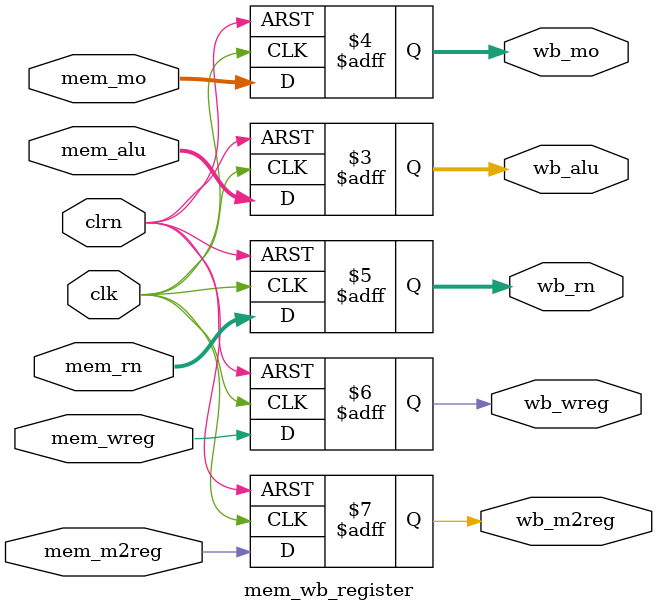
<source format=v>
`timescale 1ns / 1ps
module mem_wb_register(mem_wreg,mem_m2reg,mem_mo,mem_alu,mem_rn,clk,clrn,
                 wb_wreg,wb_m2reg,wb_mo,wb_alu,wb_rn
    );
	 input [31:0] mem_alu,mem_mo;
	 input [4:0] mem_rn;
	 input mem_wreg,mem_m2reg;
	 input clk,clrn;
	 output [31:0] wb_alu,wb_mo;
	 output [4:0] wb_rn;
	 output wb_wreg,wb_m2reg;
	 
	 reg [31:0] wb_alu,wb_mo;
	 reg [4:0] wb_rn;
	 reg wb_wreg,wb_m2reg;
	 
	 always @(negedge clrn or posedge clk)
	     if(clrn==0)
		      begin
				    wb_wreg<=0;    wb_m2reg<=0;    wb_mo<=0;
					 wb_alu<=0;     wb_rn<=0;      
					 
			   end
			else
			    begin
				      wb_wreg<=mem_wreg;    wb_m2reg<=mem_m2reg;    wb_mo<=mem_mo;
					   wb_alu<=mem_alu;     wb_rn<=mem_rn;      
				 end

endmodule
</source>
